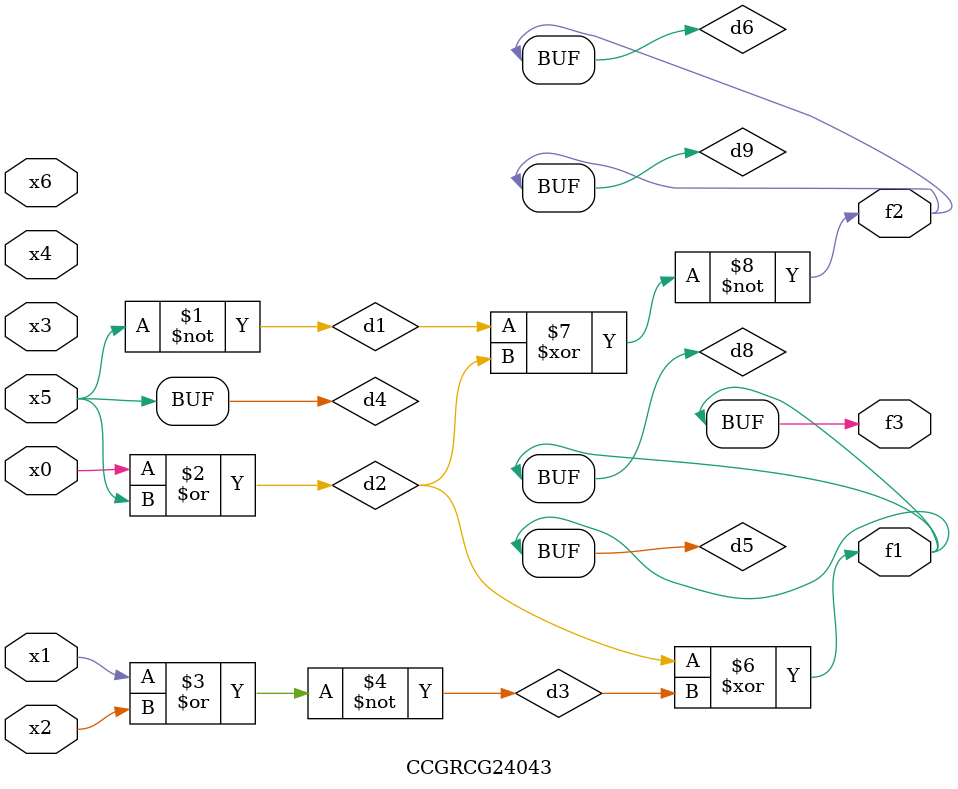
<source format=v>
module CCGRCG24043(
	input x0, x1, x2, x3, x4, x5, x6,
	output f1, f2, f3
);

	wire d1, d2, d3, d4, d5, d6, d7, d8, d9;

	nand (d1, x5);
	or (d2, x0, x5);
	nor (d3, x1, x2);
	xnor (d4, d1);
	xor (d5, d2, d3);
	xnor (d6, d1, d2);
	not (d7, x4);
	buf (d8, d5);
	xor (d9, d6);
	assign f1 = d8;
	assign f2 = d9;
	assign f3 = d8;
endmodule

</source>
